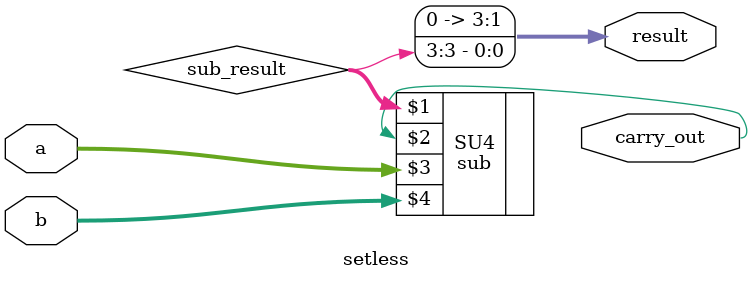
<source format=v>
module setless(result,carry_out,a,b);

		input [31:0] a;
		input [31:0] b;
		output [3:0] result;
		output carry_out;
		wire [3:0] sub_result;


sub SU4(sub_result,carry_out,a,b);

		assign result = {3'b0,sub_result[3]};

endmodule 
</source>
